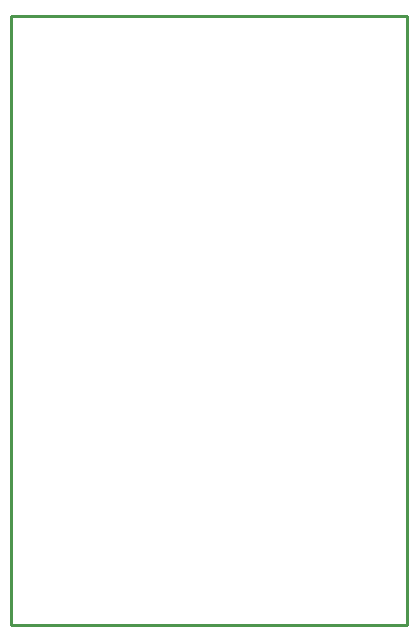
<source format=gbr>
G04 EAGLE Gerber X2 export*
%TF.Part,Single*%
%TF.FileFunction,Profile,NP*%
%TF.FilePolarity,Positive*%
%TF.GenerationSoftware,Autodesk,EAGLE,9.0.1*%
%TF.CreationDate,2019-06-07T13:03:31Z*%
G75*
%MOMM*%
%FSLAX34Y34*%
%LPD*%
%AMOC8*
5,1,8,0,0,1.08239X$1,22.5*%
G01*
%ADD10C,0.254000*%


D10*
X0Y0D02*
X334520Y0D01*
X334520Y515520D01*
X0Y515520D01*
X0Y0D01*
M02*

</source>
